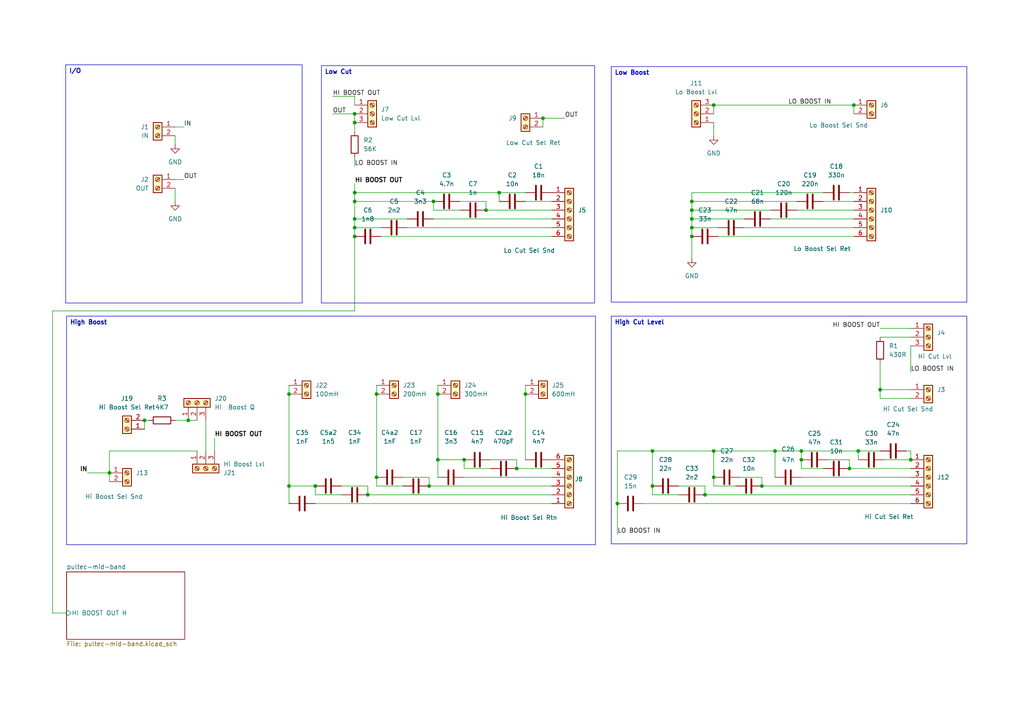
<source format=kicad_sch>
(kicad_sch (version 20231120) (generator "eeschema") (generator_version "8.0")
  (paper "A4")
  (title_block (title "Pultec 3-Band EQ") (date "2024-07-06") (rev "1"))
  (lib_symbols
    (symbol "Connector:Screw_Terminal_01x02" (pin_names (offset 1.016) hide)
      (property "Reference" "J" (at 0 2.54 0))
      (property "Value" "Screw_Terminal_01x02" (at 0 -5.08 0))
      (symbol "Screw_Terminal_01x02_1_1"
        (rectangle (start -1.27 1.27) (end 1.27 -3.81) (stroke (width 0.254)) (fill (type background)))
        (circle (center 0 -2.54) (radius 0.635) (stroke (width 0.1524)))
        (polyline (pts (xy -0.5334 -2.2098) (xy 0.3302 -3.048)) (stroke (width 0.1524)))
        (polyline (pts (xy -0.5334 0.3302) (xy 0.3302 -0.508)) (stroke (width 0.1524)))
        (polyline (pts (xy -0.3556 -2.032) (xy 0.508 -2.8702)) (stroke (width 0.1524)))
        (polyline (pts (xy -0.3556 0.508) (xy 0.508 -0.3302)) (stroke (width 0.1524)))
        (circle (center 0 0) (radius 0.635) (stroke (width 0.1524)))
        (pin passive line (at -5.08 0 0) (length 3.81) (name "Pin_1") (number "1"))
        (pin passive line (at -5.08 -2.54 0) (length 3.81) (name "Pin_2") (number "2"))
      )
    )
    (symbol "Connector:Screw_Terminal_01x03" (pin_names (offset 1.016) hide)
      (property "Reference" "J" (at 0 5.08 0))
      (property "Value" "Screw_Terminal_01x03" (at 0 -5.08 0))
      (symbol "Screw_Terminal_01x03_1_1"
        (rectangle (start -1.27 3.81) (end 1.27 -3.81) (stroke (width 0.254)) (fill (type background)))
        (circle (center 0 -2.54) (radius 0.635) (stroke (width 0.1524)))
        (polyline (pts (xy -0.5334 -2.2098) (xy 0.3302 -3.048)) (stroke (width 0.1524)))
        (polyline (pts (xy -0.5334 0.3302) (xy 0.3302 -0.508)) (stroke (width 0.1524)))
        (polyline (pts (xy -0.5334 2.8702) (xy 0.3302 2.032)) (stroke (width 0.1524)))
        (polyline (pts (xy -0.3556 -2.032) (xy 0.508 -2.8702)) (stroke (width 0.1524)))
        (polyline (pts (xy -0.3556 0.508) (xy 0.508 -0.3302)) (stroke (width 0.1524)))
        (polyline (pts (xy -0.3556 3.048) (xy 0.508 2.2098)) (stroke (width 0.1524)))
        (circle (center 0 0) (radius 0.635) (stroke (width 0.1524)))
        (circle (center 0 2.54) (radius 0.635) (stroke (width 0.1524)))
        (pin passive line (at -5.08 2.54 0) (length 3.81) (name "Pin_1") (number "1"))
        (pin passive line (at -5.08 0 0) (length 3.81) (name "Pin_2") (number "2"))
        (pin passive line (at -5.08 -2.54 0) (length 3.81) (name "Pin_3") (number "3"))
      )
    )
    (symbol "Connector:Screw_Terminal_01x06" (pin_names (offset 1.016) hide)
      (property "Reference" "J" (at 0 7.62 0))
      (property "Value" "Screw_Terminal_01x06" (at 0 -10.16 0))
      (symbol "Screw_Terminal_01x06_1_1"
        (rectangle (start -1.27 6.35) (end 1.27 -8.89) (stroke (width 0.254)) (fill (type background)))
        (circle (center 0 -7.62) (radius 0.635) (stroke (width 0.1524)))
        (circle (center 0 -5.08) (radius 0.635) (stroke (width 0.1524)))
        (circle (center 0 -2.54) (radius 0.635) (stroke (width 0.1524)))
        (polyline (pts (xy -0.5334 -7.2898) (xy 0.3302 -8.128)) (stroke (width 0.1524)))
        (polyline (pts (xy -0.5334 -4.7498) (xy 0.3302 -5.588)) (stroke (width 0.1524)))
        (polyline (pts (xy -0.5334 -2.2098) (xy 0.3302 -3.048)) (stroke (width 0.1524)))
        (polyline (pts (xy -0.5334 0.3302) (xy 0.3302 -0.508)) (stroke (width 0.1524)))
        (polyline (pts (xy -0.5334 2.8702) (xy 0.3302 2.032)) (stroke (width 0.1524)))
        (polyline (pts (xy -0.5334 5.4102) (xy 0.3302 4.572)) (stroke (width 0.1524)))
        (polyline (pts (xy -0.3556 -7.112) (xy 0.508 -7.9502)) (stroke (width 0.1524)))
        (polyline (pts (xy -0.3556 -4.572) (xy 0.508 -5.4102)) (stroke (width 0.1524)))
        (polyline (pts (xy -0.3556 -2.032) (xy 0.508 -2.8702)) (stroke (width 0.1524)))
        (polyline (pts (xy -0.3556 0.508) (xy 0.508 -0.3302)) (stroke (width 0.1524)))
        (polyline (pts (xy -0.3556 3.048) (xy 0.508 2.2098)) (stroke (width 0.1524)))
        (polyline (pts (xy -0.3556 5.588) (xy 0.508 4.7498)) (stroke (width 0.1524)))
        (circle (center 0 0) (radius 0.635) (stroke (width 0.1524)))
        (circle (center 0 2.54) (radius 0.635) (stroke (width 0.1524)))
        (circle (center 0 5.08) (radius 0.635) (stroke (width 0.1524)))
        (pin passive line (at -5.08 5.08 0) (length 3.81) (name "Pin_1") (number "1"))
        (pin passive line (at -5.08 2.54 0) (length 3.81) (name "Pin_2") (number "2"))
        (pin passive line (at -5.08 0 0) (length 3.81) (name "Pin_3") (number "3"))
        (pin passive line (at -5.08 -2.54 0) (length 3.81) (name "Pin_4") (number "4"))
        (pin passive line (at -5.08 -5.08 0) (length 3.81) (name "Pin_5") (number "5"))
        (pin passive line (at -5.08 -7.62 0) (length 3.81) (name "Pin_6") (number "6"))
      )
    )
    (symbol "Device:C" (pin_numbers hide) (pin_names (offset 0.254))
      (property "Reference" "C" (at 0.635 2.54 0))
      (property "Value" "C" (at 0.635 -2.54 0))
      (symbol "C_0_1"
        (polyline (pts (xy -2.032 -0.762) (xy 2.032 -0.762)) (stroke (width 0.508)))
        (polyline (pts (xy -2.032 0.762) (xy 2.032 0.762)) (stroke (width 0.508)))
      )
      (symbol "C_1_1"
        (pin passive line (at 0 3.81 270) (length 2.794) (name "~") (number "1"))
        (pin passive line (at 0 -3.81 90) (length 2.794) (name "~") (number "2"))
      )
    )
    (symbol "Device:R" (pin_numbers hide) (pin_names (offset 0))
      (property "Reference" "R" (at 2.032 0 90))
      (property "Value" "R" (at 0 0 90))
      (symbol "R_0_1"
        (rectangle (start -1.016 -2.54) (end 1.016 2.54) (stroke (width 0.254)))
      )
      (symbol "R_1_1"
        (pin passive line (at 0 3.81 270) (length 1.27) (name "~") (number "1"))
        (pin passive line (at 0 -3.81 90) (length 1.27) (name "~") (number "2"))
      )
    )
    (symbol "power:GND" (power) (pin_numbers hide) (pin_names (offset 0) hide)
      (property "Value" "GND" (at 0 -3.81 0))
      (symbol "GND_0_1"
        (polyline (pts (xy 0 0) (xy 0 -1.27) (xy 1.27 -1.27) (xy 0 -2.54) (xy -1.27 -1.27) (xy 0 -1.27)))
      )
      (symbol "GND_1_1"
        (pin power_in line (at 0 0 270) (length 0) (name "~") (number "1"))
      )
    )
  )
  (junction (at 102.87 55.88))
  (junction (at 144.78 55.88))
  (junction (at 102.87 66.04))
  (junction (at 83.82 114.3))
  (junction (at 140.97 60.96))
  (junction (at 220.98 140.97))
  (junction (at 102.87 33.02))
  (junction (at 83.82 140.97))
  (junction (at 255.27 113.03))
  (junction (at 232.41 133.35))
  (junction (at 125.73 58.42))
  (junction (at 109.22 138.43))
  (junction (at 247.65 30.48))
  (junction (at 102.87 63.5))
  (junction (at 41.91 121.92))
  (junction (at 246.38 135.89))
  (junction (at 207.01 30.48))
  (junction (at 200.66 58.42))
  (junction (at 106.68 143.51))
  (junction (at 200.66 66.04))
  (junction (at 134.62 133.35))
  (junction (at 102.87 58.42))
  (junction (at 102.87 68.58))
  (junction (at 189.23 140.97))
  (junction (at 54.61 121.92))
  (junction (at 152.4 114.3))
  (junction (at 102.87 35.56))
  (junction (at 127 114.3))
  (junction (at 157.48 34.29))
  (junction (at 91.44 140.97))
  (junction (at 200.66 60.96))
  (junction (at 200.66 68.58))
  (junction (at 127 133.35))
  (junction (at 109.22 114.3))
  (junction (at 204.47 143.51))
  (junction (at 124.46 140.97))
  (junction (at 224.79 130.81))
  (junction (at 248.92 130.81))
  (junction (at 179.07 146.05))
  (junction (at 207.01 130.81))
  (junction (at 31.75 137.16))
  (junction (at 189.23 130.81))
  (junction (at 232.41 130.81))
  (junction (at 149.86 135.89))
  (junction (at 200.66 63.5))
  (junction (at 264.16 133.35))
  (junction (at 207.01 138.43))
  (wire (pts (xy 207.01 30.48) (xy 207.01 33.02)))
  (wire (pts (xy 144.78 55.88) (xy 144.78 58.42)))
  (wire (pts (xy 50.8 121.92) (xy 54.61 121.92)))
  (wire (pts (xy 116.84 138.43) (xy 124.46 138.43)))
  (wire (pts (xy 200.66 58.42) (xy 200.66 60.96)))
  (wire (pts (xy 223.52 63.5) (xy 247.65 63.5)))
  (wire (pts (xy 200.66 63.5) (xy 200.66 66.04)))
  (wire (pts (xy 50.8 39.37) (xy 50.8 41.91)))
  (wire (pts (xy 102.87 58.42) (xy 102.87 63.5)))
  (wire (pts (xy 220.98 138.43) (xy 220.98 140.97)))
  (wire (pts (xy 232.41 135.89) (xy 238.76 135.89)))
  (wire (pts (xy 204.47 140.97) (xy 204.47 143.51)))
  (wire (pts (xy 99.06 140.97) (xy 106.68 140.97)))
  (wire (pts (xy 223.52 60.96) (xy 200.66 60.96)))
  (wire (pts (xy 134.62 135.89) (xy 134.62 133.35)))
  (wire (pts (xy 232.41 138.43) (xy 264.16 138.43)))
  (wire (pts (xy 106.68 140.97) (xy 106.68 143.51)))
  (wire (pts (xy 246.38 135.89) (xy 264.16 135.89)))
  (wire (pts (xy 127 133.35) (xy 127 138.43)))
  (wire (pts (xy 224.79 130.81) (xy 232.41 130.81)))
  (wire (pts (xy 208.28 68.58) (xy 247.65 68.58)))
  (wire (pts (xy 246.38 55.88) (xy 247.65 55.88)))
  (wire (pts (xy 232.41 130.81) (xy 232.41 133.35)))
  (wire (pts (xy 15.24 90.17) (xy 102.87 90.17)))
  (wire (pts (xy 102.87 63.5) (xy 118.11 63.5)))
  (wire (pts (xy 179.07 130.81) (xy 189.23 130.81)))
  (wire (pts (xy 264.16 115.57) (xy 255.27 115.57)))
  (wire (pts (xy 231.14 58.42) (xy 200.66 58.42)))
  (wire (pts (xy 215.9 66.04) (xy 247.65 66.04)))
  (wire (pts (xy 262.89 130.81) (xy 264.16 130.81)))
  (wire (pts (xy 110.49 68.58) (xy 160.02 68.58)))
  (wire (pts (xy 96.52 33.02) (xy 102.87 33.02)))
  (wire (pts (xy 83.82 111.76) (xy 83.82 114.3)))
  (wire (pts (xy 25.4 137.16) (xy 31.75 137.16)))
  (wire (pts (xy 102.87 63.5) (xy 102.87 66.04)))
  (wire (pts (xy 102.87 27.94) (xy 102.87 30.48)))
  (wire (pts (xy 157.48 34.29) (xy 157.48 36.83)))
  (wire (pts (xy 133.35 58.42) (xy 140.97 58.42)))
  (wire (pts (xy 255.27 105.41) (xy 255.27 113.03)))
  (wire (pts (xy 124.46 138.43) (xy 124.46 140.97)))
  (wire (pts (xy 196.85 143.51) (xy 189.23 143.51)))
  (wire (pts (xy 149.86 135.89) (xy 160.02 135.89)))
  (wire (pts (xy 41.91 121.92) (xy 43.18 121.92)))
  (wire (pts (xy 213.36 140.97) (xy 207.01 140.97)))
  (wire (pts (xy 134.62 138.43) (xy 160.02 138.43)))
  (wire (pts (xy 102.87 66.04) (xy 102.87 68.58)))
  (wire (pts (xy 179.07 146.05) (xy 179.07 154.94)))
  (wire (pts (xy 127 133.35) (xy 134.62 133.35)))
  (wire (pts (xy 207.01 30.48) (xy 247.65 30.48)))
  (wire (pts (xy 125.73 63.5) (xy 160.02 63.5)))
  (wire (pts (xy 240.03 133.35) (xy 246.38 133.35)))
  (wire (pts (xy 54.61 121.92) (xy 57.15 121.92)))
  (wire (pts (xy 214.63 138.43) (xy 220.98 138.43)))
  (wire (pts (xy 96.52 27.94) (xy 102.87 27.94)))
  (wire (pts (xy 102.87 33.02) (xy 102.87 35.56)))
  (wire (pts (xy 264.16 130.81) (xy 264.16 133.35)))
  (wire (pts (xy 157.48 34.29) (xy 163.83 34.29)))
  (wire (pts (xy 200.66 66.04) (xy 200.66 68.58)))
  (wire (pts (xy 15.24 90.17) (xy 15.24 177.8)))
  (wire (pts (xy 200.66 55.88) (xy 200.66 58.42)))
  (wire (pts (xy 102.87 53.34) (xy 102.87 55.88)))
  (wire (pts (xy 248.92 130.81) (xy 232.41 130.81)))
  (wire (pts (xy 152.4 111.76) (xy 152.4 114.3)))
  (wire (pts (xy 109.22 138.43) (xy 109.22 140.97)))
  (wire (pts (xy 15.24 177.8) (xy 19.304 177.8)))
  (wire (pts (xy 189.23 130.81) (xy 207.01 130.81)))
  (wire (pts (xy 62.23 127) (xy 62.23 130.81)))
  (wire (pts (xy 238.76 55.88) (xy 200.66 55.88)))
  (wire (pts (xy 186.69 146.05) (xy 264.16 146.05)))
  (wire (pts (xy 204.47 143.51) (xy 264.16 143.51)))
  (wire (pts (xy 102.87 68.58) (xy 102.87 90.17)))
  (wire (pts (xy 232.41 133.35) (xy 232.41 135.89)))
  (wire (pts (xy 102.87 45.72) (xy 102.87 48.26)))
  (wire (pts (xy 102.87 66.04) (xy 110.49 66.04)))
  (wire (pts (xy 142.24 135.89) (xy 134.62 135.89)))
  (wire (pts (xy 255.27 113.03) (xy 255.27 115.57)))
  (wire (pts (xy 59.69 121.92) (xy 59.69 130.81)))
  (wire (pts (xy 124.46 140.97) (xy 160.02 140.97)))
  (wire (pts (xy 255.27 130.81) (xy 248.92 130.81)))
  (wire (pts (xy 99.06 143.51) (xy 91.44 143.51)))
  (wire (pts (xy 256.54 133.35) (xy 264.16 133.35)))
  (wire (pts (xy 189.23 143.51) (xy 189.23 140.97)))
  (wire (pts (xy 248.92 130.81) (xy 248.92 133.35)))
  (wire (pts (xy 196.85 140.97) (xy 204.47 140.97)))
  (wire (pts (xy 125.73 58.42) (xy 125.73 60.96)))
  (wire (pts (xy 142.24 133.35) (xy 149.86 133.35)))
  (wire (pts (xy 109.22 114.3) (xy 109.22 138.43)))
  (wire (pts (xy 255.27 97.79) (xy 264.16 97.79)))
  (wire (pts (xy 215.9 63.5) (xy 200.66 63.5)))
  (wire (pts (xy 179.07 130.81) (xy 179.07 146.05)))
  (wire (pts (xy 102.87 58.42) (xy 125.73 58.42)))
  (wire (pts (xy 91.44 143.51) (xy 91.44 140.97)))
  (wire (pts (xy 118.11 66.04) (xy 160.02 66.04)))
  (wire (pts (xy 207.01 130.81) (xy 207.01 138.43)))
  (wire (pts (xy 140.97 58.42) (xy 140.97 60.96)))
  (wire (pts (xy 50.8 52.07) (xy 53.34 52.07)))
  (wire (pts (xy 246.38 133.35) (xy 246.38 135.89)))
  (wire (pts (xy 238.76 58.42) (xy 247.65 58.42)))
  (wire (pts (xy 149.86 133.35) (xy 149.86 135.89)))
  (wire (pts (xy 109.22 111.76) (xy 109.22 114.3)))
  (wire (pts (xy 106.68 143.51) (xy 160.02 143.51)))
  (wire (pts (xy 220.98 140.97) (xy 264.16 140.97)))
  (wire (pts (xy 127 114.3) (xy 127 133.35)))
  (wire (pts (xy 102.87 35.56) (xy 102.87 38.1)))
  (wire (pts (xy 207.01 35.56) (xy 207.01 39.37)))
  (wire (pts (xy 83.82 140.97) (xy 83.82 146.05)))
  (wire (pts (xy 140.97 60.96) (xy 160.02 60.96)))
  (wire (pts (xy 224.79 138.43) (xy 224.79 130.81)))
  (wire (pts (xy 255.27 95.25) (xy 264.16 95.25)))
  (wire (pts (xy 127 111.76) (xy 127 114.3)))
  (wire (pts (xy 91.44 146.05) (xy 160.02 146.05)))
  (wire (pts (xy 102.87 55.88) (xy 102.87 58.42)))
  (wire (pts (xy 207.01 130.81) (xy 224.79 130.81)))
  (wire (pts (xy 41.91 121.92) (xy 41.91 124.46)))
  (wire (pts (xy 125.73 60.96) (xy 133.35 60.96)))
  (wire (pts (xy 144.78 55.88) (xy 102.87 55.88)))
  (wire (pts (xy 31.75 137.16) (xy 31.75 139.7)))
  (wire (pts (xy 208.28 66.04) (xy 200.66 66.04)))
  (wire (pts (xy 247.65 30.48) (xy 247.65 33.02)))
  (wire (pts (xy 207.01 138.43) (xy 207.01 140.97)))
  (wire (pts (xy 200.66 60.96) (xy 200.66 63.5)))
  (wire (pts (xy 231.14 60.96) (xy 247.65 60.96)))
  (wire (pts (xy 83.82 114.3) (xy 83.82 140.97)))
  (wire (pts (xy 31.75 137.16) (xy 31.75 130.81)))
  (wire (pts (xy 189.23 130.81) (xy 189.23 140.97)))
  (wire (pts (xy 57.15 130.81) (xy 31.75 130.81)))
  (wire (pts (xy 264.16 100.33) (xy 264.16 107.95)))
  (wire (pts (xy 152.4 114.3) (xy 152.4 133.35)))
  (wire (pts (xy 152.4 58.42) (xy 160.02 58.42)))
  (wire (pts (xy 50.8 36.83) (xy 53.34 36.83)))
  (wire (pts (xy 50.8 54.61) (xy 50.8 58.42)))
  (wire (pts (xy 200.66 68.58) (xy 200.66 74.93)))
  (wire (pts (xy 264.16 113.03) (xy 255.27 113.03)))
  (wire (pts (xy 109.22 140.97) (xy 116.84 140.97)))
  (wire (pts (xy 152.4 55.88) (xy 144.78 55.88)))
  (wire (pts (xy 83.82 140.97) (xy 91.44 140.97)))
  (text_box "High Cut Level" (at 177.292 91.694 0) (size 103.124 66.04) (effects (font (size 1.27 1.27) (thickness 0.254) (bold yes)) (justify left top)))
  (text_box "I/O" (at 19.05 18.796 0) (size 68.58 69.088) (effects (font (size 1.27 1.27) (bold yes)) (justify left top)))
  (text_box "High Boost" (at 19.304 91.694 0) (size 153.416 66.294) (effects (font (size 1.27 1.27) (bold yes)) (justify left top)))
  (text_box "Low Cut" (at 93.218 19.05 0) (size 79.248 68.834) (effects (font (size 1.27 1.27) (thickness 0.254) (bold yes)) (justify left top)))
  (text_box "Low Boost" (at 177.292 19.304 0) (size 103.124 68.326) (effects (font (size 1.27 1.27) (bold yes)) (justify left top)))
  (label "HI BOOST OUT" (at 102.87 53.34 0) (effects (font (bold yes))))
  (label "LO BOOST IN" (at 228.6 30.48 0))
  (label "HI BOOST OUT" (at 255.27 95.25 180))
  (label "IN" (at 25.4 137.16 180) (effects (font (bold yes))))
  (label "LO BOOST IN" (at 102.87 48.26 0))
  (label "OUT" (at 163.83 34.29 0))
  (label "LO BOOST IN" (at 264.16 107.95 0))
  (label "HI BOOST OUT" (at 96.52 27.94 0))
  (label "HI BOOST OUT" (at 62.23 127 0) (effects (font (bold yes))))
  (label "LO BOOST IN" (at 179.07 154.94 0))
  (label "OUT" (at 96.52 33.02 0))
  (label "OUT" (at 53.34 52.07 0))
  (label "IN" (at 53.34 36.83 0))
  (symbol (lib_id "power:GND") (at 50.8 58.42 0) (unit 1)
    (property "Reference" "#PWR01" (effects (hide yes)))
    (property "Value" "GND" (at 50.8 63.5 0))
    (property "Description" "Power symbol creates a global label with name \"GND\" , ground" (effects (hide yes)))
  )
  (symbol (lib_id "Device:C") (at 204.47 68.58 90) (unit 1)
    (property "Reference" "C23" (at 204.47 60.96 90))
    (property "Value" "33n" (at 204.47 63.5 90))
    (property "Footprint" "OL Library:C_Rect_L7.0mm_W2.0mm_P5.00mm_Fat_Pad" (effects (hide yes)))
    (property "Description" "Unpolarized capacitor" (effects (hide yes)))
  )
  (symbol (lib_id "Device:C") (at 259.08 130.81 90) (unit 1)
    (property "Reference" "C24" (at 259.08 123.19 90))
    (property "Value" "47n" (at 259.08 125.73 90))
    (property "Footprint" "OL Library:C_Rect_L7.0mm_W2.0mm_P5.00mm_Fat_Pad" (effects (hide yes)))
    (property "Description" "Unpolarized capacitor" (effects (hide yes)))
  )
  (symbol (lib_id "Device:C") (at 148.59 58.42 90) (unit 1)
    (property "Reference" "C2" (at 148.59 50.8 90))
    (property "Value" "10n" (at 148.59 53.34 90))
    (property "Footprint" "OL Library:C_Rect_L7.0mm_W2.0mm_P5.00mm_Fat_Pad" (effects (hide yes)))
    (property "Description" "Unpolarized capacitor" (effects (hide yes)))
  )
  (symbol (lib_id "Connector:Screw_Terminal_01x02") (at 45.72 52.07 0) (mirror y) (unit 1)
    (property "Reference" "J2" (at 43.18 52.0699 0) (effects (justify left)))
    (property "Value" "OUT" (at 43.18 54.6099 0) (effects (justify left)))
    (property "Footprint" "OL Library:TerminalBlock_Phoenix_MKDS-1,5-2_1x02_P5.00mm_Horizontal Fat Pad" (effects (hide yes)))
    (property "Description" "Generic screw terminal, single row, 01x02, script generated (kicad-library-utils/schlib/autogen/connector/)" (effects (hide yes)))
  )
  (symbol (lib_id "Connector:Screw_Terminal_01x02") (at 45.72 36.83 0) (mirror y) (unit 1)
    (property "Reference" "J1" (at 43.18 36.8299 0) (effects (justify left)))
    (property "Value" "IN" (at 43.18 39.3699 0) (effects (justify left)))
    (property "Footprint" "OL Library:TerminalBlock_Phoenix_MKDS-1,5-2_1x02_P5.00mm_Horizontal Fat Pad" (effects (hide yes)))
    (property "Description" "Generic screw terminal, single row, 01x02, script generated (kicad-library-utils/schlib/autogen/connector/)" (effects (hide yes)))
  )
  (symbol (lib_id "Device:C") (at 234.95 58.42 90) (unit 1)
    (property "Reference" "C19" (at 234.95 50.8 90))
    (property "Value" "220n" (at 234.95 53.34 90))
    (property "Footprint" "OL Library:C_Rect_L7.0mm_W2.0mm_P5.00mm_Fat_Pad" (effects (hide yes)))
    (property "Description" "Unpolarized capacitor" (effects (hide yes)))
  )
  (symbol (lib_id "Device:C") (at 156.21 133.35 90) (unit 1)
    (property "Reference" "C14" (at 156.21 125.476 90))
    (property "Value" "4n7" (at 156.21 128.016 90))
    (property "Footprint" "OL Library:C_Rect_L7.0mm_W2.0mm_P5.00mm_Fat_Pad" (effects (hide yes)))
    (property "Description" "Unpolarized capacitor" (effects (hide yes)))
  )
  (symbol (lib_id "Connector:Screw_Terminal_01x06") (at 269.24 138.43 0) (unit 1)
    (property "Reference" "J12" (at 271.78 138.4299 0) (effects (justify left)))
    (property "Value" "Hi Cut Sel Ret" (at 250.698 149.86 0) (effects (justify left)))
    (property "Footprint" "OL Library:TerminalBlock_Phoenix_MKDS-1,5-6_1x06_P5.00mm_Horizontal_Fat_Pad" (effects (hide yes)))
    (property "Description" "Generic screw terminal, single row, 01x06, script generated (kicad-library-utils/schlib/autogen/connector/)" (effects (hide yes)))
  )
  (symbol (lib_id "Connector:Screw_Terminal_01x06") (at 165.1 60.96 0) (unit 1)
    (property "Reference" "J5" (at 167.64 60.9599 0) (effects (justify left)))
    (property "Value" "Lo Cut Sel Snd" (at 146.05 72.644 0) (effects (justify left)))
    (property "Footprint" "OL Library:TerminalBlock_Phoenix_MKDS-1,5-6_1x06_P5.00mm_Horizontal_Fat_Pad" (effects (hide yes)))
    (property "Description" "Generic screw terminal, single row, 01x06, script generated (kicad-library-utils/schlib/autogen/connector/)" (effects (hide yes)))
  )
  (symbol (lib_id "Device:C") (at 102.87 143.51 90) (unit 1)
    (property "Reference" "C34" (at 102.87 125.476 90))
    (property "Value" "1nF" (at 102.87 128.016 90))
    (property "Footprint" "OL Library:C_Rect_L7.0mm_W2.0mm_P5.00mm_Fat_Pad" (effects (hide yes)))
    (property "Description" "Unpolarized capacitor" (effects (hide yes)))
  )
  (symbol (lib_id "Connector:Screw_Terminal_01x02") (at 252.73 30.48 0) (unit 1)
    (property "Reference" "J6" (at 255.27 30.4799 0) (effects (justify left)))
    (property "Value" "Lo Boost Sel Snd" (at 234.696 36.322 0) (effects (justify left)))
    (property "Footprint" "OL Library:TerminalBlock_Phoenix_MKDS-1,5-2_1x02_P5.00mm_Horizontal Fat Pad" (effects (hide yes)))
    (property "Description" "Generic screw terminal, single row, 01x02, script generated (kicad-library-utils/schlib/autogen/connector/)" (effects (hide yes)))
  )
  (symbol (lib_id "Device:C") (at 236.22 133.35 90) (unit 1)
    (property "Reference" "C25" (at 236.22 125.73 90))
    (property "Value" "47n" (at 236.22 128.27 90))
    (property "Footprint" "OL Library:C_Rect_L7.0mm_W2.0mm_P5.00mm_Fat_Pad" (effects (hide yes)))
    (property "Description" "Unpolarized capacitor" (effects (hide yes)))
  )
  (symbol (lib_id "Connector:Screw_Terminal_01x03") (at 59.69 135.89 90) (mirror x) (unit 1)
    (property "Reference" "J21" (at 64.77 137.1601 90) (effects (justify right)))
    (property "Value" "Hi Boost Lvl" (at 64.77 134.6201 90) (effects (justify right)))
    (property "Footprint" "OL Library:TerminalBlock_Phoenix_MKDS-1,5-3_1x03_P5.00mm_Horizontal Fat Pad" (effects (hide yes)))
    (property "Description" "Generic screw terminal, single row, 01x03, script generated (kicad-library-utils/schlib/autogen/connector/)" (effects (hide yes)))
  )
  (symbol (lib_id "Connector:Screw_Terminal_01x03") (at 201.93 33.02 180) (unit 1)
    (property "Reference" "J11" (at 201.93 24.13 0))
    (property "Value" "Lo Boost Lvl" (at 201.93 26.67 0))
    (property "Footprint" "OL Library:TerminalBlock_Phoenix_MKDS-1,5-3_1x03_P5.00mm_Horizontal Fat Pad" (effects (hide yes)))
    (property "Description" "Generic screw terminal, single row, 01x03, script generated (kicad-library-utils/schlib/autogen/connector/)" (effects (hide yes)))
  )
  (symbol (lib_id "Device:C") (at 193.04 140.97 90) (unit 1)
    (property "Reference" "C28" (at 193.04 133.35 90))
    (property "Value" "22n" (at 193.04 135.89 90))
    (property "Footprint" "OL Library:C_Rect_L7.0mm_W2.0mm_P5.00mm_Fat_Pad" (effects (hide yes)))
    (property "Description" "Unpolarized capacitor" (effects (hide yes)))
  )
  (symbol (lib_id "Device:C") (at 227.33 60.96 90) (unit 1)
    (property "Reference" "C20" (at 227.33 53.34 90))
    (property "Value" "120n" (at 227.33 55.88 90))
    (property "Footprint" "OL Library:C_Rect_L7.0mm_W2.0mm_P5.00mm_Fat_Pad" (effects (hide yes)))
    (property "Description" "Unpolarized capacitor" (effects (hide yes)))
  )
  (symbol (lib_id "Device:C") (at 217.17 140.97 90) (unit 1)
    (property "Reference" "C32" (at 217.17 133.35 90))
    (property "Value" "10n" (at 217.17 135.89 90))
    (property "Footprint" "OL Library:C_Rect_L7.0mm_W2.0mm_P5.00mm_Fat_Pad" (effects (hide yes)))
    (property "Description" "Unpolarized capacitor" (effects (hide yes)))
  )
  (symbol (lib_id "Device:C") (at 106.68 68.58 90) (unit 1)
    (property "Reference" "C6" (at 106.68 60.96 90))
    (property "Value" "1n8" (at 106.68 63.5 90))
    (property "Footprint" "OL Library:C_Rect_L7.0mm_W2.0mm_P5.00mm_Fat_Pad" (effects (hide yes)))
    (property "Description" "Unpolarized capacitor" (effects (hide yes)))
  )
  (symbol (lib_id "Device:R") (at 255.27 101.6 0) (unit 1)
    (property "Reference" "R1" (at 257.81 100.3299 0) (effects (justify left)))
    (property "Value" "430R" (at 257.81 102.8699 0) (effects (justify left)))
    (property "Footprint" "OL Library:R_Axial_DIN0411_L9.9mm_D3.6mm_P12.70mm_Horizontal Fat Pad" (effects (hide yes)))
    (property "Description" "Resistor" (effects (hide yes)))
  )
  (symbol (lib_id "Device:C") (at 87.63 146.05 90) (unit 1)
    (property "Reference" "C35" (at 87.63 125.476 90))
    (property "Value" "1nF" (at 87.63 128.016 90))
    (property "Footprint" "OL Library:C_Rect_L7.0mm_W2.0mm_P5.00mm_Fat_Pad" (effects (hide yes)))
    (property "Description" "Unpolarized capacitor" (effects (hide yes)))
  )
  (symbol (lib_id "Device:C") (at 228.6 138.43 90) (unit 1)
    (property "Reference" "C26" (at 228.6 130.302 90))
    (property "Value" "47n" (at 228.6 133.35 90))
    (property "Footprint" "OL Library:C_Rect_L7.0mm_W2.0mm_P5.00mm_Fat_Pad" (effects (hide yes)))
    (property "Description" "Unpolarized capacitor" (effects (hide yes)))
  )
  (symbol (lib_id "Device:C") (at 130.81 138.43 90) (unit 1)
    (property "Reference" "C16" (at 130.81 125.476 90))
    (property "Value" "3n3" (at 130.81 128.016 90))
    (property "Footprint" "OL Library:C_Rect_L7.0mm_W2.0mm_P5.00mm_Fat_Pad" (effects (hide yes)))
    (property "Description" "Unpolarized capacitor" (effects (hide yes)))
  )
  (symbol (lib_id "Device:C") (at 137.16 60.96 90) (unit 1)
    (property "Reference" "C7" (at 137.16 53.34 90))
    (property "Value" "1n" (at 137.16 55.88 90))
    (property "Footprint" "OL Library:C_Rect_L7.0mm_W2.0mm_P5.00mm_Fat_Pad" (effects (hide yes)))
    (property "Description" "Unpolarized capacitor" (effects (hide yes)))
  )
  (symbol (lib_id "Device:C") (at 156.21 55.88 90) (unit 1)
    (property "Reference" "C1" (at 156.21 48.26 90))
    (property "Value" "18n" (at 156.21 50.8 90))
    (property "Footprint" "OL Library:C_Rect_L7.0mm_W2.0mm_P5.00mm_Fat_Pad" (effects (hide yes)))
    (property "Description" "Unpolarized capacitor" (effects (hide yes)))
  )
  (symbol (lib_id "power:GND") (at 207.01 39.37 0) (unit 1)
    (property "Reference" "#PWR08" (effects (hide yes)))
    (property "Value" "GND" (at 207.01 44.45 0))
    (property "Description" "Power symbol creates a global label with name \"GND\" , ground" (effects (hide yes)))
  )
  (symbol (lib_id "Device:C") (at 200.66 143.51 90) (unit 1)
    (property "Reference" "C33" (at 200.66 135.89 90))
    (property "Value" "2n2" (at 200.66 138.43 90))
    (property "Footprint" "OL Library:C_Rect_L7.0mm_W2.0mm_P5.00mm_Fat_Pad" (effects (hide yes)))
    (property "Description" "Unpolarized capacitor" (effects (hide yes)))
  )
  (symbol (lib_id "Connector:Screw_Terminal_01x02") (at 157.48 111.76 0) (unit 1)
    (property "Reference" "J25" (at 160.02 111.7599 0) (effects (justify left)))
    (property "Value" "600mH" (at 160.02 114.2999 0) (effects (justify left)))
    (property "Footprint" "OL Library:TerminalBlock_Phoenix_MKDS-1,5-2_1x02_P5.00mm_Horizontal Fat Pad" (effects (hide yes)))
    (property "Description" "Generic screw terminal, single row, 01x02, script generated (kicad-library-utils/schlib/autogen/connector/)" (effects (hide yes)))
  )
  (symbol (lib_id "Device:C") (at 242.57 135.89 90) (unit 1)
    (property "Reference" "C31" (at 242.57 128.27 90))
    (property "Value" "10n" (at 242.57 130.81 90))
    (property "Footprint" "OL Library:C_Rect_L7.0mm_W2.0mm_P5.00mm_Fat_Pad" (effects (hide yes)))
    (property "Description" "Unpolarized capacitor" (effects (hide yes)))
  )
  (symbol (lib_id "Connector:Screw_Terminal_01x03") (at 269.24 97.79 0) (unit 1)
    (property "Reference" "J4" (at 271.78 96.5199 0) (effects (justify left)))
    (property "Value" "Hi Cut Lvl" (at 266.192 103.378 0) (effects (justify left)))
    (property "Footprint" "OL Library:TerminalBlock_Phoenix_MKDS-1,5-3_1x03_P5.00mm_Horizontal Fat Pad" (effects (hide yes)))
    (property "Description" "Generic screw terminal, single row, 01x03, script generated (kicad-library-utils/schlib/autogen/connector/)" (effects (hide yes)))
  )
  (symbol (lib_id "Device:R") (at 102.87 41.91 0) (unit 1)
    (property "Reference" "R2" (at 105.41 40.6399 0) (effects (justify left)))
    (property "Value" "56K" (at 105.41 43.1799 0) (effects (justify left)))
    (property "Footprint" "OL Library:R_Axial_DIN0207_L6.3mm_D2.5mm_P7.62mm_Horizontal" (effects (hide yes)))
    (property "Description" "Resistor" (effects (hide yes)))
  )
  (symbol (lib_id "Device:C") (at 219.71 63.5 90) (unit 1)
    (property "Reference" "C21" (at 219.71 55.88 90))
    (property "Value" "68n" (at 219.71 58.42 90))
    (property "Footprint" "OL Library:C_Rect_L7.0mm_W2.0mm_P5.00mm_Fat_Pad" (effects (hide yes)))
    (property "Description" "Unpolarized capacitor" (effects (hide yes)))
  )
  (symbol (lib_id "Device:C") (at 252.73 133.35 90) (unit 1)
    (property "Reference" "C30" (at 252.73 125.73 90))
    (property "Value" "33n" (at 252.73 128.27 90))
    (property "Footprint" "OL Library:C_Rect_L7.0mm_W2.0mm_P5.00mm_Fat_Pad" (effects (hide yes)))
    (property "Description" "Unpolarized capacitor" (effects (hide yes)))
  )
  (symbol (lib_id "Device:C") (at 182.88 146.05 90) (unit 1)
    (property "Reference" "C29" (at 182.88 138.43 90))
    (property "Value" "15n" (at 182.88 140.97 90))
    (property "Footprint" "OL Library:C_Rect_L7.0mm_W2.0mm_P5.00mm_Fat_Pad" (effects (hide yes)))
    (property "Description" "Unpolarized capacitor" (effects (hide yes)))
  )
  (symbol (lib_id "Device:C") (at 113.03 138.43 90) (unit 1)
    (property "Reference" "C4a2" (at 113.03 125.476 90))
    (property "Value" "1nF" (at 113.03 128.016 90))
    (property "Footprint" "OL Library:C_Rect_L7.0mm_W2.0mm_P5.00mm_Fat_Pad" (effects (hide yes)))
    (property "Description" "Unpolarized capacitor" (effects (hide yes)))
  )
  (symbol (lib_id "Device:C") (at 242.57 55.88 90) (unit 1)
    (property "Reference" "C18" (at 242.57 48.26 90))
    (property "Value" "330n" (at 242.57 50.8 90))
    (property "Footprint" "OL Library:C_Rect_L7.0mm_W2.0mm_P5.00mm_Fat_Pad" (effects (hide yes)))
    (property "Description" "Unpolarized capacitor" (effects (hide yes)))
  )
  (symbol (lib_id "Connector:Screw_Terminal_01x02") (at 152.4 34.29 0) (mirror y) (unit 1)
    (property "Reference" "J9" (at 149.86 34.2899 0) (effects (justify left)))
    (property "Value" "Low Cut Sel Ret" (at 162.56 41.402 0) (effects (justify left)))
    (property "Footprint" "OL Library:TerminalBlock_Phoenix_MKDS-1,5-2_1x02_P5.00mm_Horizontal Fat Pad" (effects (hide yes)))
    (property "Description" "Generic screw terminal, single row, 01x02, script generated (kicad-library-utils/schlib/autogen/connector/)" (effects (hide yes)))
  )
  (symbol (lib_id "Connector:Screw_Terminal_01x02") (at 114.3 111.76 0) (unit 1)
    (property "Reference" "J23" (at 116.84 111.7599 0) (effects (justify left)))
    (property "Value" "200mH" (at 116.84 114.2999 0) (effects (justify left)))
    (property "Footprint" "OL Library:TerminalBlock_Phoenix_MKDS-1,5-2_1x02_P5.00mm_Horizontal Fat Pad" (effects (hide yes)))
    (property "Description" "Generic screw terminal, single row, 01x02, script generated (kicad-library-utils/schlib/autogen/connector/)" (effects (hide yes)))
  )
  (symbol (lib_id "Connector:Screw_Terminal_01x02") (at 269.24 113.03 0) (unit 1)
    (property "Reference" "J3" (at 271.78 113.0299 0) (effects (justify left)))
    (property "Value" "Hi Cut Sel Snd" (at 256.032 118.618 0) (effects (justify left)))
    (property "Footprint" "OL Library:TerminalBlock_Phoenix_MKDS-1,5-2_1x02_P5.00mm_Horizontal Fat Pad" (effects (hide yes)))
    (property "Description" "Generic screw terminal, single row, 01x02, script generated (kicad-library-utils/schlib/autogen/connector/)" (effects (hide yes)))
  )
  (symbol (lib_id "Connector:Screw_Terminal_01x02") (at 36.83 137.16 0) (unit 1)
    (property "Reference" "J13" (at 39.37 137.1599 0) (effects (justify left)))
    (property "Value" "Hi Boost Sel Snd" (at 24.638 144.018 0) (effects (justify left)))
    (property "Footprint" "OL Library:TerminalBlock_Phoenix_MKDS-1,5-2_1x02_P5.00mm_Horizontal Fat Pad" (effects (hide yes)))
    (property "Description" "Generic screw terminal, single row, 01x02, script generated (kicad-library-utils/schlib/autogen/connector/)" (effects (hide yes)))
  )
  (symbol (lib_id "power:GND") (at 50.8 41.91 0) (unit 1)
    (property "Reference" "#PWR07" (effects (hide yes)))
    (property "Value" "GND" (at 50.8 46.99 0))
    (property "Description" "Power symbol creates a global label with name \"GND\" , ground" (effects (hide yes)))
  )
  (symbol (lib_id "Device:C") (at 212.09 66.04 90) (unit 1)
    (property "Reference" "C22" (at 212.09 58.42 90))
    (property "Value" "47n" (at 212.09 60.96 90))
    (property "Footprint" "OL Library:C_Rect_L7.0mm_W2.0mm_P5.00mm_Fat_Pad" (effects (hide yes)))
    (property "Description" "Unpolarized capacitor" (effects (hide yes)))
  )
  (symbol (lib_id "Connector:Screw_Terminal_01x02") (at 88.9 111.76 0) (unit 1)
    (property "Reference" "J22" (at 91.44 111.7599 0) (effects (justify left)))
    (property "Value" "100mH" (at 91.44 114.2999 0) (effects (justify left)))
    (property "Footprint" "OL Library:TerminalBlock_Phoenix_MKDS-1,5-2_1x02_P5.00mm_Horizontal Fat Pad" (effects (hide yes)))
    (property "Description" "Generic screw terminal, single row, 01x02, script generated (kicad-library-utils/schlib/autogen/connector/)" (effects (hide yes)))
  )
  (symbol (lib_id "Device:C") (at 95.25 140.97 90) (unit 1)
    (property "Reference" "C5a2" (at 95.25 125.476 90))
    (property "Value" "1n5" (at 95.25 128.016 90))
    (property "Footprint" "OL Library:C_Rect_L7.0mm_W2.0mm_P5.00mm_Fat_Pad" (effects (hide yes)))
    (property "Description" "Unpolarized capacitor" (effects (hide yes)))
  )
  (symbol (lib_id "Connector:Screw_Terminal_01x06") (at 165.1 140.97 0) (mirror x) (unit 1)
    (property "Reference" "J8" (at 167.894 138.938 0))
    (property "Value" "Hi Boost Sel Rtn" (at 153.416 150.114 0))
    (property "Footprint" "TerminalBlock_Phoenix:TerminalBlock_Phoenix_MKDS-1,5-6_1x06_P5.00mm_Horizontal" (effects (hide yes)))
    (property "Description" "Generic screw terminal, single row, 01x06, script generated (kicad-library-utils/schlib/autogen/connector/)" (effects (hide yes)))
  )
  (symbol (lib_id "Connector:Screw_Terminal_01x03") (at 107.95 33.02 0) (unit 1)
    (property "Reference" "J7" (at 110.49 31.7499 0) (effects (justify left)))
    (property "Value" "Low Cut Lvl" (at 110.49 34.2899 0) (effects (justify left)))
    (property "Footprint" "OL Library:TerminalBlock_Phoenix_MKDS-1,5-3_1x03_P5.00mm_Horizontal Fat Pad" (effects (hide yes)))
    (property "Description" "Generic screw terminal, single row, 01x03, script generated (kicad-library-utils/schlib/autogen/connector/)" (effects (hide yes)))
  )
  (symbol (lib_id "Device:C") (at 129.54 58.42 90) (unit 1)
    (property "Reference" "C3" (at 129.54 50.8 90))
    (property "Value" "4.7n" (at 129.54 53.34 90))
    (property "Footprint" "OL Library:C_Rect_L7.0mm_W2.0mm_P5.00mm_Fat_Pad" (effects (hide yes)))
    (property "Description" "Unpolarized capacitor" (effects (hide yes)))
  )
  (symbol (lib_id "Device:C") (at 210.82 138.43 90) (unit 1)
    (property "Reference" "C27" (at 210.82 130.81 90))
    (property "Value" "22n" (at 210.82 133.35 90))
    (property "Footprint" "OL Library:C_Rect_L7.0mm_W2.0mm_P5.00mm_Fat_Pad" (effects (hide yes)))
    (property "Description" "Unpolarized capacitor" (effects (hide yes)))
  )
  (symbol (lib_id "power:GND") (at 200.66 74.93 0) (unit 1)
    (property "Reference" "#PWR02" (effects (hide yes)))
    (property "Value" "GND" (at 200.66 80.01 0))
    (property "Description" "Power symbol creates a global label with name \"GND\" , ground" (effects (hide yes)))
  )
  (symbol (lib_id "Connector:Screw_Terminal_01x06") (at 252.73 60.96 0) (unit 1)
    (property "Reference" "J10" (at 255.27 60.9599 0) (effects (justify left)))
    (property "Value" "Lo Boost Sel Ret" (at 230.124 72.136 0) (effects (justify left)))
    (property "Footprint" "OL Library:TerminalBlock_Phoenix_MKDS-1,5-6_1x06_P5.00mm_Horizontal_Fat_Pad" (effects (hide yes)))
    (property "Description" "Generic screw terminal, single row, 01x06, script generated (kicad-library-utils/schlib/autogen/connector/)" (effects (hide yes)))
  )
  (symbol (lib_id "Device:R") (at 46.99 121.92 90) (unit 1)
    (property "Reference" "R3" (at 46.99 115.57 90))
    (property "Value" "4K7" (at 46.99 118.11 90))
    (property "Footprint" "OL Library:R_Axial_DIN0411_L9.9mm_D3.6mm_P12.70mm_Horizontal Fat Pad" (effects (hide yes)))
    (property "Description" "Resistor" (effects (hide yes)))
  )
  (symbol (lib_id "Connector:Screw_Terminal_01x02") (at 36.83 124.46 180) (unit 1)
    (property "Reference" "J19" (at 36.83 115.57 0))
    (property "Value" "Hi Boost Sel Ret" (at 36.83 118.11 0))
    (property "Footprint" "OL Library:TerminalBlock_Phoenix_MKDS-1,5-2_1x02_P5.00mm_Horizontal Fat Pad" (effects (hide yes)))
    (property "Description" "Generic screw terminal, single row, 01x02, script generated (kicad-library-utils/schlib/autogen/connector/)" (effects (hide yes)))
  )
  (symbol (lib_id "Device:C") (at 146.05 135.89 90) (unit 1)
    (property "Reference" "C2a2" (at 146.05 125.476 90))
    (property "Value" "470pF" (at 146.05 128.016 90))
    (property "Footprint" "OL Library:C_Rect_L7.0mm_W2.0mm_P5.00mm_Fat_Pad" (effects (hide yes)))
    (property "Description" "Unpolarized capacitor" (effects (hide yes)))
  )
  (symbol (lib_id "Device:C") (at 138.43 133.35 90) (unit 1)
    (property "Reference" "C15" (at 138.43 125.476 90))
    (property "Value" "4n7" (at 138.43 128.016 90))
    (property "Footprint" "OL Library:C_Rect_L7.0mm_W2.0mm_P5.00mm_Fat_Pad" (effects (hide yes)))
    (property "Description" "Unpolarized capacitor" (effects (hide yes)))
  )
  (symbol (lib_id "Connector:Screw_Terminal_01x03") (at 57.15 116.84 90) (unit 1)
    (property "Reference" "J20" (at 62.23 115.5699 90) (effects (justify right)))
    (property "Value" "Hi  Boost Q" (at 62.23 118.1099 90) (effects (justify right)))
    (property "Footprint" "OL Library:TerminalBlock_Phoenix_MKDS-1,5-3_1x03_P5.00mm_Horizontal Fat Pad" (effects (hide yes)))
    (property "Description" "Generic screw terminal, single row, 01x03, script generated (kicad-library-utils/schlib/autogen/connector/)" (effects (hide yes)))
  )
  (symbol (lib_id "Connector:Screw_Terminal_01x02") (at 132.08 111.76 0) (unit 1)
    (property "Reference" "J24" (at 134.62 111.7599 0) (effects (justify left)))
    (property "Value" "300mH" (at 134.62 114.2999 0) (effects (justify left)))
    (property "Footprint" "OL Library:TerminalBlock_Phoenix_MKDS-1,5-2_1x02_P5.00mm_Horizontal Fat Pad" (effects (hide yes)))
    (property "Description" "Generic screw terminal, single row, 01x02, script generated (kicad-library-utils/schlib/autogen/connector/)" (effects (hide yes)))
  )
  (symbol (lib_id "Device:C") (at 121.92 63.5 90) (unit 1)
    (property "Reference" "C4" (at 121.92 55.88 90))
    (property "Value" "3n3" (at 121.92 58.42 90))
    (property "Footprint" "OL Library:C_Rect_L7.0mm_W2.0mm_P5.00mm_Fat_Pad" (effects (hide yes)))
    (property "Description" "Unpolarized capacitor" (effects (hide yes)))
  )
  (symbol (lib_id "Device:C") (at 114.3 66.04 90) (unit 1)
    (property "Reference" "C5" (at 114.3 58.42 90))
    (property "Value" "2n2" (at 114.3 60.96 90))
    (property "Footprint" "OL Library:C_Rect_L7.0mm_W2.0mm_P5.00mm_Fat_Pad" (effects (hide yes)))
    (property "Description" "Unpolarized capacitor" (effects (hide yes)))
  )
  (symbol (lib_id "Device:C") (at 120.65 140.97 90) (unit 1)
    (property "Reference" "C17" (at 120.65 125.476 90))
    (property "Value" "1nF" (at 120.65 128.016 90))
    (property "Footprint" "OL Library:C_Rect_L7.0mm_W2.0mm_P5.00mm_Fat_Pad" (effects (hide yes)))
    (property "Description" "Unpolarized capacitor" (effects (hide yes)))
  )
  (sheet (at 19.304 165.862) (size 34.29 19.558) (stroke (width 0.1524))
    (property "Sheetname" "pultec-mid-band" (at 19.304 165.1504 0) (effects (justify left bottom)))
    (property "Sheetfile" "pultec-mid-band.kicad_sch" (at 19.304 186.0046 0) (effects (justify left top)))
    (pin "HI BOOST OUT H" input (at 19.304 177.8 180))
  )
)
</source>
